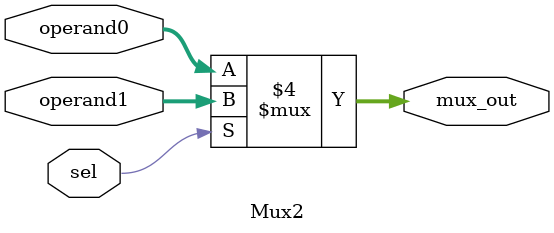
<source format=v>
module Mux2 (
    input sel,
    input [31:0] operand1,
    input [31:0] operand0,
    output reg [31:0] mux_out
);
    always @(*)
    begin
        if (sel == 1'b1)
        begin
            mux_out = operand1;
        end
        else 
        begin
            mux_out = operand0;
        end
    end
endmodule
</source>
